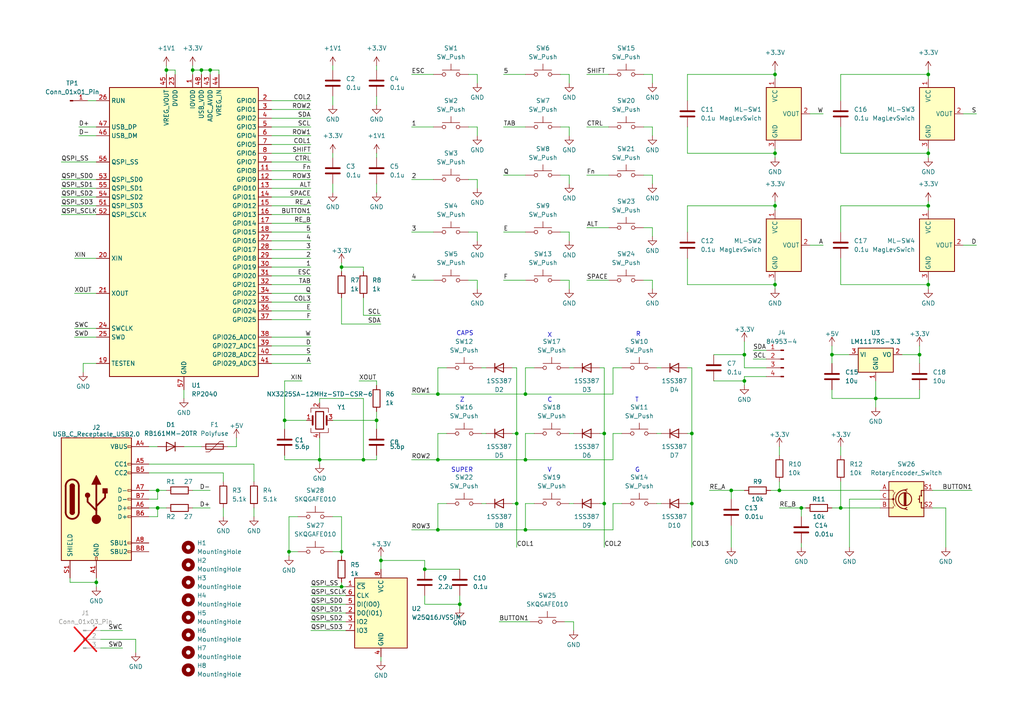
<source format=kicad_sch>
(kicad_sch (version 20231120) (generator "eeschema") (generator_version "8.0")
  (paper "A4")
  (junction (at 60.96 20.32))
  (junction (at 127 153.67))
  (junction (at 45.72 142.24))
  (junction (at 224.79 82.55))
  (junction (at 212.09 142.24))
  (junction (at 92.71 133.35))
  (junction (at 266.7 102.87))
  (junction (at 152.4 114.3))
  (junction (at 82.55 121.92))
  (junction (at 232.41 147.32))
  (junction (at 224.79 44.45))
  (junction (at 123.19 165.1))
  (junction (at 224.79 59.69))
  (junction (at 224.79 21.59))
  (junction (at 99.06 160.02))
  (junction (at 200.66 125.73))
  (junction (at 243.84 147.32))
  (junction (at 226.06 142.24))
  (junction (at 27.94 168.91))
  (junction (at 127 114.3))
  (junction (at 152.4 153.67))
  (junction (at 105.41 133.35))
  (junction (at 269.24 82.55))
  (junction (at 48.26 20.32))
  (junction (at 269.24 21.59))
  (junction (at 99.06 170.18))
  (junction (at 269.24 44.45))
  (junction (at 149.86 146.05))
  (junction (at 45.72 147.32))
  (junction (at 58.42 20.32))
  (junction (at 99.06 77.47))
  (junction (at 55.88 20.32))
  (junction (at 200.66 146.05))
  (junction (at 133.35 175.26))
  (junction (at 175.26 146.05))
  (junction (at 127 133.35))
  (junction (at 215.9 102.87))
  (junction (at 83.82 160.02))
  (junction (at 215.9 110.49))
  (junction (at 241.3 102.87))
  (junction (at 254 115.57))
  (junction (at 110.49 162.56))
  (junction (at 152.4 133.35))
  (junction (at 149.86 125.73))
  (junction (at 269.24 59.69))
  (junction (at 175.26 125.73))
  (junction (at 109.22 121.92))
  (wire (pts (xy 55.88 142.24) (xy 60.96 142.24)))
  (wire (pts (xy 241.3 115.57) (xy 254 115.57)))
  (wire (pts (xy 241.3 113.03) (xy 241.3 115.57)))
  (wire (pts (xy 243.84 82.55) (xy 269.24 82.55)))
  (wire (pts (xy 43.18 142.24) (xy 45.72 142.24)))
  (wire (pts (xy 162.56 21.59) (xy 165.1 21.59)))
  (wire (pts (xy 135.89 81.28) (xy 138.43 81.28)))
  (wire (pts (xy 269.24 58.42) (xy 269.24 59.69)))
  (wire (pts (xy 165.1 81.28) (xy 165.1 83.82)))
  (wire (pts (xy 138.43 67.31) (xy 138.43 69.85)))
  (wire (pts (xy 226.06 139.7) (xy 226.06 142.24)))
  (wire (pts (xy 96.52 30.48) (xy 96.52 27.94)))
  (wire (pts (xy 189.23 50.8) (xy 189.23 53.34)))
  (wire (pts (xy 123.19 165.1) (xy 133.35 165.1)))
  (wire (pts (xy 50.8 20.32) (xy 50.8 21.59)))
  (wire (pts (xy 165.1 21.59) (xy 165.1 24.13)))
  (wire (pts (xy 138.43 21.59) (xy 138.43 24.13)))
  (wire (pts (xy 165.1 146.05) (xy 166.37 146.05)))
  (wire (pts (xy 243.84 36.83) (xy 243.84 44.45)))
  (wire (pts (xy 199.39 146.05) (xy 200.66 146.05)))
  (wire (pts (xy 99.06 170.18) (xy 100.33 170.18)))
  (wire (pts (xy 224.79 82.55) (xy 224.79 83.82)))
  (wire (pts (xy 177.8 106.68) (xy 177.8 114.3)))
  (wire (pts (xy 43.18 134.62) (xy 73.66 134.62)))
  (wire (pts (xy 99.06 149.86) (xy 99.06 160.02)))
  (wire (pts (xy 90.17 102.87) (xy 78.74 102.87)))
  (wire (pts (xy 199.39 36.83) (xy 199.39 44.45)))
  (wire (pts (xy 127 114.3) (xy 152.4 114.3)))
  (wire (pts (xy 146.05 50.8) (xy 152.4 50.8)))
  (wire (pts (xy 135.89 67.31) (xy 138.43 67.31)))
  (wire (pts (xy 212.09 142.24) (xy 212.09 144.78)))
  (wire (pts (xy 133.35 175.26) (xy 133.35 176.53)))
  (wire (pts (xy 119.38 114.3) (xy 127 114.3)))
  (wire (pts (xy 177.8 125.73) (xy 180.34 125.73)))
  (wire (pts (xy 78.74 46.99) (xy 90.17 46.99)))
  (wire (pts (xy 123.19 165.1) (xy 123.19 162.56)))
  (wire (pts (xy 224.79 20.32) (xy 224.79 21.59)))
  (wire (pts (xy 55.88 147.32) (xy 60.96 147.32)))
  (wire (pts (xy 261.62 102.87) (xy 266.7 102.87)))
  (wire (pts (xy 146.05 67.31) (xy 152.4 67.31)))
  (wire (pts (xy 45.72 147.32) (xy 48.26 147.32)))
  (wire (pts (xy 78.74 74.93) (xy 90.17 74.93)))
  (wire (pts (xy 177.8 146.05) (xy 180.34 146.05)))
  (wire (pts (xy 90.17 97.79) (xy 78.74 97.79)))
  (wire (pts (xy 127 125.73) (xy 129.54 125.73)))
  (wire (pts (xy 207.01 102.87) (xy 215.9 102.87)))
  (wire (pts (xy 152.4 133.35) (xy 127 133.35)))
  (wire (pts (xy 83.82 160.02) (xy 86.36 160.02)))
  (wire (pts (xy 243.84 147.32) (xy 255.27 147.32)))
  (wire (pts (xy 21.59 85.09) (xy 27.94 85.09)))
  (wire (pts (xy 200.66 125.73) (xy 200.66 146.05)))
  (wire (pts (xy 24.13 105.41) (xy 27.94 105.41)))
  (wire (pts (xy 149.86 146.05) (xy 149.86 158.75)))
  (wire (pts (xy 173.99 106.68) (xy 175.26 106.68)))
  (wire (pts (xy 105.41 91.44) (xy 105.41 86.36)))
  (wire (pts (xy 119.38 36.83) (xy 125.73 36.83)))
  (wire (pts (xy 119.38 52.07) (xy 125.73 52.07)))
  (wire (pts (xy 269.24 59.69) (xy 269.24 60.96)))
  (wire (pts (xy 78.74 54.61) (xy 90.17 54.61)))
  (wire (pts (xy 109.22 44.45) (xy 109.22 45.72)))
  (wire (pts (xy 269.24 44.45) (xy 269.24 45.72)))
  (wire (pts (xy 109.22 30.48) (xy 109.22 27.94)))
  (wire (pts (xy 165.1 50.8) (xy 165.1 53.34)))
  (wire (pts (xy 162.56 36.83) (xy 165.1 36.83)))
  (wire (pts (xy 199.39 82.55) (xy 224.79 82.55)))
  (wire (pts (xy 190.5 106.68) (xy 191.77 106.68)))
  (wire (pts (xy 99.06 77.47) (xy 99.06 78.74)))
  (wire (pts (xy 127 114.3) (xy 127 106.68)))
  (wire (pts (xy 186.69 36.83) (xy 189.23 36.83)))
  (wire (pts (xy 200.66 106.68) (xy 200.66 125.73)))
  (wire (pts (xy 27.94 168.91) (xy 27.94 167.64)))
  (wire (pts (xy 45.72 149.86) (xy 45.72 147.32)))
  (wire (pts (xy 90.17 105.41) (xy 78.74 105.41)))
  (wire (pts (xy 105.41 115.57) (xy 105.41 133.35)))
  (wire (pts (xy 152.4 146.05) (xy 154.94 146.05)))
  (wire (pts (xy 199.39 44.45) (xy 224.79 44.45)))
  (wire (pts (xy 105.41 78.74) (xy 105.41 77.47)))
  (wire (pts (xy 127 153.67) (xy 152.4 153.67)))
  (wire (pts (xy 109.22 19.05) (xy 109.22 20.32)))
  (wire (pts (xy 66.04 129.54) (xy 68.58 129.54)))
  (wire (pts (xy 90.17 177.8) (xy 100.33 177.8)))
  (wire (pts (xy 78.74 72.39) (xy 90.17 72.39)))
  (wire (pts (xy 24.13 107.95) (xy 24.13 105.41)))
  (wire (pts (xy 165.1 106.68) (xy 166.37 106.68)))
  (wire (pts (xy 243.84 29.21) (xy 243.84 21.59)))
  (wire (pts (xy 212.09 152.4) (xy 212.09 158.75)))
  (wire (pts (xy 96.52 160.02) (xy 99.06 160.02)))
  (wire (pts (xy 119.38 133.35) (xy 127 133.35)))
  (wire (pts (xy 162.56 50.8) (xy 165.1 50.8)))
  (wire (pts (xy 224.79 21.59) (xy 199.39 21.59)))
  (wire (pts (xy 254 118.11) (xy 254 115.57)))
  (wire (pts (xy 269.24 43.18) (xy 269.24 44.45)))
  (wire (pts (xy 43.18 144.78) (xy 45.72 144.78)))
  (wire (pts (xy 146.05 81.28) (xy 152.4 81.28)))
  (wire (pts (xy 78.74 29.21) (xy 90.17 29.21)))
  (wire (pts (xy 186.69 81.28) (xy 189.23 81.28)))
  (wire (pts (xy 96.52 44.45) (xy 96.52 45.72)))
  (wire (pts (xy 190.5 146.05) (xy 191.77 146.05)))
  (wire (pts (xy 82.55 121.92) (xy 88.9 121.92)))
  (wire (pts (xy 243.84 139.7) (xy 243.84 147.32)))
  (wire (pts (xy 177.8 146.05) (xy 177.8 153.67)))
  (wire (pts (xy 21.59 74.93) (xy 27.94 74.93)))
  (wire (pts (xy 58.42 129.54) (xy 53.34 129.54)))
  (wire (pts (xy 92.71 127) (xy 92.71 133.35)))
  (wire (pts (xy 25.4 29.21) (xy 27.94 29.21)))
  (wire (pts (xy 110.49 162.56) (xy 123.19 162.56)))
  (wire (pts (xy 105.41 133.35) (xy 109.22 133.35)))
  (wire (pts (xy 48.26 20.32) (xy 50.8 20.32)))
  (wire (pts (xy 138.43 36.83) (xy 138.43 39.37)))
  (wire (pts (xy 152.4 114.3) (xy 177.8 114.3)))
  (wire (pts (xy 110.49 190.5) (xy 110.49 191.77)))
  (wire (pts (xy 133.35 172.72) (xy 133.35 175.26)))
  (wire (pts (xy 78.74 67.31) (xy 90.17 67.31)))
  (wire (pts (xy 226.06 142.24) (xy 255.27 142.24)))
  (wire (pts (xy 173.99 125.73) (xy 175.26 125.73)))
  (wire (pts (xy 119.38 67.31) (xy 125.73 67.31)))
  (wire (pts (xy 73.66 134.62) (xy 73.66 139.7)))
  (wire (pts (xy 241.3 102.87) (xy 241.3 100.33)))
  (wire (pts (xy 110.49 162.56) (xy 110.49 165.1)))
  (wire (pts (xy 78.74 92.71) (xy 90.17 92.71)))
  (wire (pts (xy 119.38 153.67) (xy 127 153.67)))
  (wire (pts (xy 146.05 36.83) (xy 152.4 36.83)))
  (wire (pts (xy 254 115.57) (xy 266.7 115.57)))
  (wire (pts (xy 224.79 21.59) (xy 224.79 22.86)))
  (wire (pts (xy 21.59 97.79) (xy 27.94 97.79)))
  (wire (pts (xy 165.1 125.73) (xy 166.37 125.73)))
  (wire (pts (xy 270.51 147.32) (xy 274.32 147.32)))
  (wire (pts (xy 109.22 124.46) (xy 109.22 121.92)))
  (wire (pts (xy 266.7 115.57) (xy 266.7 113.03)))
  (wire (pts (xy 255.27 144.78) (xy 246.38 144.78)))
  (wire (pts (xy 92.71 133.35) (xy 92.71 134.62)))
  (wire (pts (xy 63.5 21.59) (xy 63.5 20.32)))
  (wire (pts (xy 166.37 180.34) (xy 166.37 182.88)))
  (wire (pts (xy 149.86 106.68) (xy 149.86 125.73)))
  (wire (pts (xy 232.41 147.32) (xy 233.68 147.32)))
  (wire (pts (xy 92.71 116.84) (xy 92.71 115.57)))
  (wire (pts (xy 224.79 81.28) (xy 224.79 82.55)))
  (wire (pts (xy 90.17 175.26) (xy 100.33 175.26)))
  (wire (pts (xy 177.8 125.73) (xy 177.8 133.35)))
  (wire (pts (xy 189.23 21.59) (xy 189.23 24.13)))
  (wire (pts (xy 109.22 55.88) (xy 109.22 53.34)))
  (wire (pts (xy 43.18 129.54) (xy 45.72 129.54)))
  (wire (pts (xy 90.17 100.33) (xy 78.74 100.33)))
  (wire (pts (xy 139.7 106.68) (xy 140.97 106.68)))
  (wire (pts (xy 226.06 129.54) (xy 226.06 132.08)))
  (wire (pts (xy 21.59 95.25) (xy 27.94 95.25)))
  (wire (pts (xy 73.66 149.86) (xy 73.66 147.32)))
  (wire (pts (xy 274.32 147.32) (xy 274.32 158.75)))
  (wire (pts (xy 224.79 58.42) (xy 224.79 59.69)))
  (wire (pts (xy 99.06 93.98) (xy 110.49 93.98)))
  (wire (pts (xy 78.74 57.15) (xy 90.17 57.15)))
  (wire (pts (xy 243.84 59.69) (xy 269.24 59.69)))
  (wire (pts (xy 199.39 106.68) (xy 200.66 106.68)))
  (wire (pts (xy 269.24 21.59) (xy 269.24 22.86)))
  (wire (pts (xy 135.89 52.07) (xy 138.43 52.07)))
  (wire (pts (xy 199.39 125.73) (xy 200.66 125.73)))
  (wire (pts (xy 35.56 182.88) (xy 29.21 182.88)))
  (wire (pts (xy 45.72 142.24) (xy 48.26 142.24)))
  (wire (pts (xy 96.52 149.86) (xy 99.06 149.86)))
  (wire (pts (xy 269.24 81.28) (xy 269.24 82.55)))
  (wire (pts (xy 243.84 21.59) (xy 269.24 21.59)))
  (wire (pts (xy 243.84 67.31) (xy 243.84 59.69)))
  (wire (pts (xy 266.7 100.33) (xy 266.7 102.87)))
  (wire (pts (xy 35.56 187.96) (xy 29.21 187.96)))
  (wire (pts (xy 60.96 20.32) (xy 58.42 20.32)))
  (wire (pts (xy 152.4 106.68) (xy 154.94 106.68)))
  (wire (pts (xy 82.55 124.46) (xy 82.55 121.92)))
  (wire (pts (xy 104.14 110.49) (xy 109.22 110.49)))
  (wire (pts (xy 175.26 106.68) (xy 175.26 125.73)))
  (wire (pts (xy 163.83 180.34) (xy 166.37 180.34)))
  (wire (pts (xy 199.39 59.69) (xy 224.79 59.69)))
  (wire (pts (xy 152.4 153.67) (xy 152.4 146.05)))
  (wire (pts (xy 246.38 144.78) (xy 246.38 158.75)))
  (wire (pts (xy 86.36 149.86) (xy 83.82 149.86)))
  (wire (pts (xy 207.01 110.49) (xy 215.9 110.49)))
  (wire (pts (xy 283.21 71.12) (xy 279.4 71.12)))
  (wire (pts (xy 90.17 180.34) (xy 100.33 180.34)))
  (wire (pts (xy 27.94 170.18) (xy 27.94 168.91)))
  (wire (pts (xy 78.74 59.69) (xy 90.17 59.69)))
  (wire (pts (xy 215.9 106.68) (xy 215.9 102.87)))
  (wire (pts (xy 78.74 49.53) (xy 90.17 49.53)))
  (wire (pts (xy 17.78 46.99) (xy 27.94 46.99)))
  (wire (pts (xy 39.37 185.42) (xy 39.37 189.23)))
  (wire (pts (xy 200.66 146.05) (xy 200.66 158.75)))
  (wire (pts (xy 53.34 115.57) (xy 53.34 113.03)))
  (wire (pts (xy 270.51 142.24) (xy 281.94 142.24)))
  (wire (pts (xy 162.56 81.28) (xy 165.1 81.28)))
  (wire (pts (xy 78.74 82.55) (xy 90.17 82.55)))
  (wire (pts (xy 64.77 149.86) (xy 64.77 147.32)))
  (wire (pts (xy 243.84 44.45) (xy 269.24 44.45)))
  (wire (pts (xy 241.3 102.87) (xy 241.3 105.41)))
  (wire (pts (xy 96.52 55.88) (xy 96.52 53.34)))
  (wire (pts (xy 224.79 44.45) (xy 224.79 45.72)))
  (wire (pts (xy 78.74 90.17) (xy 90.17 90.17)))
  (wire (pts (xy 223.52 142.24) (xy 226.06 142.24)))
  (wire (pts (xy 90.17 182.88) (xy 100.33 182.88)))
  (wire (pts (xy 149.86 125.73) (xy 149.86 146.05)))
  (wire (pts (xy 186.69 21.59) (xy 189.23 21.59)))
  (wire (pts (xy 189.23 36.83) (xy 189.23 39.37)))
  (wire (pts (xy 78.74 44.45) (xy 90.17 44.45)))
  (wire (pts (xy 186.69 50.8) (xy 189.23 50.8)))
  (wire (pts (xy 48.26 19.05) (xy 48.26 20.32)))
  (wire (pts (xy 127 106.68) (xy 129.54 106.68)))
  (wire (pts (xy 165.1 36.83) (xy 165.1 39.37)))
  (wire (pts (xy 222.25 109.22) (xy 215.9 109.22)))
  (wire (pts (xy 170.18 81.28) (xy 176.53 81.28)))
  (wire (pts (xy 58.42 21.59) (xy 58.42 20.32)))
  (wire (pts (xy 119.38 21.59) (xy 125.73 21.59)))
  (wire (pts (xy 127 153.67) (xy 127 146.05)))
  (wire (pts (xy 162.56 67.31) (xy 165.1 67.31)))
  (wire (pts (xy 92.71 115.57) (xy 105.41 115.57)))
  (wire (pts (xy 43.18 137.16) (xy 64.77 137.16)))
  (wire (pts (xy 78.74 34.29) (xy 90.17 34.29)))
  (wire (pts (xy 224.79 43.18) (xy 224.79 44.45)))
  (wire (pts (xy 17.78 59.69) (xy 27.94 59.69)))
  (wire (pts (xy 199.39 74.93) (xy 199.39 82.55)))
  (wire (pts (xy 20.32 168.91) (xy 20.32 167.64)))
  (wire (pts (xy 139.7 125.73) (xy 140.97 125.73)))
  (wire (pts (xy 190.5 125.73) (xy 191.77 125.73)))
  (wire (pts (xy 123.19 172.72) (xy 123.19 175.26)))
  (wire (pts (xy 92.71 133.35) (xy 105.41 133.35)))
  (wire (pts (xy 82.55 121.92) (xy 82.55 110.49)))
  (wire (pts (xy 82.55 132.08) (xy 82.55 133.35)))
  (wire (pts (xy 78.74 31.75) (xy 90.17 31.75)))
  (wire (pts (xy 254 115.57) (xy 254 110.49)))
  (wire (pts (xy 43.18 147.32) (xy 45.72 147.32)))
  (wire (pts (xy 243.84 74.93) (xy 243.84 82.55)))
  (wire (pts (xy 148.59 106.68) (xy 149.86 106.68)))
  (wire (pts (xy 99.06 160.02) (xy 99.06 161.29)))
  (wire (pts (xy 78.74 62.23) (xy 90.17 62.23)))
  (wire (pts (xy 199.39 21.59) (xy 199.39 29.21)))
  (wire (pts (xy 60.96 20.32) (xy 60.96 21.59)))
  (wire (pts (xy 78.74 52.07) (xy 90.17 52.07)))
  (wire (pts (xy 218.44 104.14) (xy 222.25 104.14)))
  (wire (pts (xy 127 146.05) (xy 129.54 146.05)))
  (wire (pts (xy 152.4 114.3) (xy 152.4 106.68)))
  (wire (pts (xy 78.74 39.37) (xy 90.17 39.37)))
  (wire (pts (xy 232.41 147.32) (xy 232.41 149.86)))
  (wire (pts (xy 78.74 77.47) (xy 90.17 77.47)))
  (wire (pts (xy 226.06 147.32) (xy 232.41 147.32)))
  (wire (pts (xy 269.24 82.55) (xy 269.24 83.82)))
  (wire (pts (xy 82.55 110.49) (xy 87.63 110.49)))
  (wire (pts (xy 175.26 125.73) (xy 175.26 146.05)))
  (wire (pts (xy 215.9 110.49) (xy 215.9 111.76)))
  (wire (pts (xy 83.82 149.86) (xy 83.82 160.02)))
  (wire (pts (xy 20.32 168.91) (xy 27.94 168.91)))
  (wire (pts (xy 119.38 81.28) (xy 125.73 81.28)))
  (wire (pts (xy 109.22 110.49) (xy 109.22 111.76)))
  (wire (pts (xy 148.59 125.73) (xy 149.86 125.73)))
  (wire (pts (xy 173.99 146.05) (xy 175.26 146.05)))
  (wire (pts (xy 152.4 125.73) (xy 154.94 125.73)))
  (wire (pts (xy 186.69 66.04) (xy 189.23 66.04)))
  (wire (pts (xy 96.52 121.92) (xy 109.22 121.92)))
  (wire (pts (xy 269.24 20.32) (xy 269.24 21.59)))
  (wire (pts (xy 78.74 85.09) (xy 90.17 85.09)))
  (wire (pts (xy 90.17 170.18) (xy 99.06 170.18)))
  (wire (pts (xy 90.17 172.72) (xy 100.33 172.72)))
  (wire (pts (xy 215.9 109.22) (xy 215.9 110.49)))
  (wire (pts (xy 189.23 66.04) (xy 189.23 68.58)))
  (wire (pts (xy 78.74 87.63) (xy 90.17 87.63)))
  (wire (pts (xy 17.78 57.15) (xy 27.94 57.15)))
  (wire (pts (xy 99.06 93.98) (xy 99.06 86.36)))
  (wire (pts (xy 78.74 64.77) (xy 90.17 64.77)))
  (wire (pts (xy 78.74 36.83) (xy 90.17 36.83)))
  (wire (pts (xy 243.84 129.54) (xy 243.84 132.08)))
  (wire (pts (xy 212.09 142.24) (xy 215.9 142.24)))
  (wire (pts (xy 241.3 147.32) (xy 243.84 147.32)))
  (wire (pts (xy 218.44 101.6) (xy 222.25 101.6)))
  (wire (pts (xy 199.39 67.31) (xy 199.39 59.69)))
  (wire (pts (xy 43.18 149.86) (xy 45.72 149.86)))
  (wire (pts (xy 109.22 119.38) (xy 109.22 121.92)))
  (wire (pts (xy 78.74 69.85) (xy 90.17 69.85)))
  (wire (pts (xy 17.78 62.23) (xy 27.94 62.23)))
  (wire (pts (xy 55.88 20.32) (xy 55.88 21.59)))
  (wire (pts (xy 29.21 185.42) (xy 39.37 185.42)))
  (wire (pts (xy 58.42 20.32) (xy 55.88 20.32)))
  (wire (pts (xy 215.9 102.87) (xy 215.9 99.06)))
  (wire (pts (xy 109.22 133.35) (xy 109.22 132.08)))
  (wire (pts (xy 146.05 21.59) (xy 152.4 21.59)))
  (wire (pts (xy 64.77 137.16) (xy 64.77 139.7)))
  (wire (pts (xy 45.72 144.78) (xy 45.72 142.24)))
  (wire (pts (xy 22.86 36.83) (xy 27.94 36.83)))
  (wire (pts (xy 99.06 168.91) (xy 99.06 170.18)))
  (wire (pts (xy 22.86 39.37) (xy 27.94 39.37)))
  (wire (pts (xy 99.06 76.2) (xy 99.06 77.47)))
  (wire (pts (xy 170.18 50.8) (xy 176.53 50.8)))
  (wire (pts (xy 135.89 21.59) (xy 138.43 21.59)))
  (wire (pts (xy 17.78 52.07) (xy 27.94 52.07)))
  (wire (pts (xy 175.26 146.05) (xy 175.26 158.75)))
  (wire (pts (xy 238.76 71.12) (xy 234.95 71.12)))
  (wire (pts (xy 189.23 81.28) (xy 189.23 83.82)))
  (wire (pts (xy 105.41 91.44) (xy 110.49 91.44)))
  (wire (pts (xy 177.8 106.68) (xy 180.34 106.68)))
  (wire (pts (xy 232.41 157.48) (xy 232.41 158.75)))
  (wire (pts (xy 55.88 19.05) (xy 55.88 20.32)))
  (wire (pts (xy 222.25 106.68) (xy 215.9 106.68)))
  (wire (pts (xy 283.21 33.02) (xy 279.4 33.02)))
  (wire (pts (xy 83.82 160.02) (xy 83.82 161.29)))
  (wire (pts (xy 96.52 19.05) (xy 96.52 20.32)))
  (wire (pts (xy 138.43 52.07) (xy 138.43 54.61)))
  (wire (pts (xy 78.74 41.91) (xy 90.17 41.91)))
  (wire (pts (xy 205.74 142.24) (xy 212.09 142.24)))
  (wire (pts (xy 148.59 146.05) (xy 149.86 146.05)))
  (wire (pts (xy 152.4 133.35) (xy 152.4 125.73)))
  (wire (pts (xy 177.8 133.35) (xy 152.4 133.35)))
  (wire (pts (xy 170.18 66.04) (xy 176.53 66.04)))
  (wire (pts (xy 170.18 36.83) (xy 176.53 36.83)))
  (wire (pts (xy 238.76 33.02) (xy 234.95 33.02)))
  (wire (pts (xy 144.78 180.34) (xy 153.67 180.34)))
  (wire (pts (xy 63.5 20.32) (xy 60.96 20.32)))
  (wire (pts (xy 266.7 102.87) (xy 266.7 105.41)))
  (wire (pts (xy 82.55 133.35) (xy 92.71 133.35)))
  (wire (pts (xy 48.26 20.32) (xy 48.26 21.59)))
  (wire (pts (xy 78.74 80.01) (xy 90.17 80.01)))
  (wire (pts (xy 110.49 161.29) (xy 110.49 162.56)))
  (wire (pts (xy 68.58 129.54) (xy 68.58 127)))
  (wire (pts (xy 165.1 67.31) (xy 165.1 69.85)))
  (wire (pts (xy 152.4 153.67) (xy 177.8 153.67)))
  (wire (pts (xy 105.41 77.47) (xy 99.06 77.47)))
  (wire (pts (xy 138.43 81.28) (xy 138.43 83.82)))
  (wire (pts (xy 170.18 21.59) (xy 176.53 21.59)))
  (wire (pts (xy 123.19 175.26) (xy 133.35 175.26)))
  (wire (pts (xy 139.7 146.05) (xy 140.97 146.05)))
  (wire (pts (xy 241.3 102.87) (xy 246.38 102.87)))
  (wire (pts (xy 224.79 59.69) (xy 224.79 60.96)))
  (wire (pts (xy 127 133.35) (xy 127 125.73)))
  (wire (pts (xy 135.89 36.83) (xy 138.43 36.83)))
  (wire (pts (xy 17.78 54.61) (xy 27.94 54.61)))
  (text "SUPER" (at 130.81 137.16 0) (effects (font (size 1.27 1.27)) (justify left bottom)))
  (text "G" (at 184.15 137.16 0) (effects (font (size 1.27 1.27)) (justify left bottom)))
  (text "T" (at 184.15 116.84 0) (effects (font (size 1.27 1.27)) (justify left bottom)))
  (text "X" (at 158.75 98.044 0) (effects (font (size 1.27 1.27)) (justify left bottom)))
  (text "R" (at 184.404 97.79 0) (effects (font (size 1.27 1.27)) (justify left bottom)))
  (text "CAPS" (at 132.334 97.536 0) (effects (font (size 1.27 1.27)) (justify left bottom)))
  (text "Z" (at 133.35 116.84 0) (effects (font (size 1.27 1.27)) (justify left bottom)))
  (text "C" (at 158.75 116.84 0) (effects (font (size 1.27 1.27)) (justify left bottom)))
  (text "V" (at 158.75 137.16 0) (effects (font (size 1.27 1.27)) (justify left bottom)))
  (label "2" (at 90.17 74.93 180))
  (label "XIN" (at 87.63 110.49 180))
  (label "E" (at 146.05 67.31 0))
  (label "Q" (at 146.05 50.8 0))
  (label "F" (at 146.05 81.28 0))
  (label "COL3" (at 90.17 87.63 180))
  (label "D+" (at 22.86 36.83 0))
  (label "QSPI_SD3" (at 90.17 182.88 0))
  (label "ROW3" (at 90.17 52.07 180))
  (label "QSPI_SCLK" (at 17.78 62.23 0))
  (label "1" (at 90.17 77.47 180))
  (label "SPACE" (at 90.17 57.15 180))
  (label "F" (at 90.17 92.71 180))
  (label "QSPI_SD1" (at 90.17 177.8 0))
  (label "A" (at 238.76 71.12 180))
  (label "CTRL" (at 90.17 46.99 180))
  (label "BUTTON1" (at 90.17 62.23 180))
  (label "XOUT" (at 21.59 85.09 0))
  (label "SCL" (at 86.36 36.83 0))
  (label "5" (at 146.05 21.59 0))
  (label "CTRL" (at 170.18 36.83 0))
  (label "ESC" (at 119.38 21.59 0))
  (label "1" (at 119.38 36.83 0))
  (label "COL1" (at 90.17 41.91 180))
  (label "QSPI_SD2" (at 17.78 57.15 0))
  (label "QSPI_SCLK" (at 90.17 172.72 0))
  (label "SDA" (at 106.68 93.98 0))
  (label "SPACE" (at 170.18 81.28 0))
  (label "ROW3" (at 119.38 153.67 0))
  (label "SCL" (at 218.44 104.14 0))
  (label "ESC" (at 90.17 80.01 180))
  (label "QSPI_SD1" (at 17.78 54.61 0))
  (label "RE_B" (at 90.17 64.77 180))
  (label "QSPI_SD0" (at 90.17 175.26 0))
  (label "COL1" (at 149.86 158.75 0))
  (label "QSPI_SS" (at 17.78 46.99 0))
  (label "W" (at 90.17 97.79 180))
  (label "SHIFT" (at 90.17 44.45 180))
  (label "SWD" (at 35.56 187.96 180))
  (label "W" (at 238.76 33.02 180))
  (label "XIN" (at 21.59 74.93 0))
  (label "Fn" (at 90.17 49.53 180))
  (label "4" (at 119.38 81.28 0))
  (label "SDA" (at 86.36 34.29 0))
  (label "TAB" (at 146.05 36.83 0))
  (label "D-" (at 60.96 142.24 180))
  (label "RE_B" (at 226.06 147.32 0))
  (label "E" (at 90.17 90.17 180))
  (label "Fn" (at 170.18 50.8 0))
  (label "COL3" (at 200.66 158.75 0))
  (label "D" (at 283.21 71.12 180))
  (label "QSPI_SD3" (at 17.78 59.69 0))
  (label "SHIFT" (at 170.18 21.59 0))
  (label "A" (at 90.17 105.41 180))
  (label "XOUT" (at 104.14 110.49 0))
  (label "BUTTON1" (at 144.78 180.34 0))
  (label "RE_A" (at 90.17 59.69 180))
  (label "2" (at 119.38 52.07 0))
  (label "SWC" (at 35.56 182.88 180))
  (label "QSPI_SD2" (at 90.17 180.34 0))
  (label "S" (at 90.17 102.87 180))
  (label "D" (at 90.17 100.33 180))
  (label "D-" (at 22.86 39.37 0))
  (label "TAB" (at 90.17 82.55 180))
  (label "S" (at 283.21 33.02 180))
  (label "ROW2" (at 119.38 133.35 0))
  (label "ALT" (at 90.17 54.61 180))
  (label "RE_A" (at 205.74 142.24 0))
  (label "D+" (at 60.96 147.32 180))
  (label "SWD" (at 21.59 97.79 0))
  (label "ROW1" (at 90.17 39.37 180))
  (label "3" (at 119.38 67.31 0))
  (label "SCL" (at 106.68 91.44 0))
  (label "COL2" (at 90.17 29.21 180))
  (label "QSPI_SS" (at 90.17 170.18 0))
  (label "4" (at 90.17 69.85 180))
  (label "5" (at 90.17 67.31 180))
  (label "ROW1" (at 119.38 114.3 0))
  (label "COL2" (at 175.26 158.75 0))
  (label "BUTTON1" (at 281.94 142.24 180))
  (label "SDA" (at 218.44 101.6 0))
  (label "SWC" (at 21.59 95.25 0))
  (label "3" (at 90.17 72.39 180))
  (label "QSPI_SD0" (at 17.78 52.07 0))
  (label "ALT" (at 170.18 66.04 0))
  (label "Q" (at 90.17 85.09 180))
  (label "ROW2" (at 90.17 31.75 180))
  (symbol (lib_id "Mechanical:MountingHole") (at 54.61 173.99 0) (unit 1)
    (property "Reference" "H4" (at 57.15 172.72 0) (effects (justify left)))
    (property "Value" "MountingHole" (at 57.15 175.26 0) (effects (justify left)))
    (property "Footprint" "MountingHole:MountingHole_2.2mm_M2" (effects (hide yes)))
  )
  (symbol (lib_id "Switch:SW_Push") (at 181.61 66.04 0) (unit 1)
    (property "Reference" "SW23" (at 181.61 58.42 0))
    (property "Value" "SW_Push" (at 181.61 60.96 0))
    (property "Footprint" "MX_Hotswap:MX-Hotswap-1U" (effects (hide yes)))
  )
  (symbol (lib_id "Mechanical:MountingHole") (at 54.61 194.31 0) (unit 1)
    (property "Reference" "H8" (at 57.15 193.04 0) (effects (justify left)))
    (property "Value" "MountingHole" (at 57.15 195.58 0) (effects (justify left)))
    (property "Footprint" "MountingHole:MountingHole_2.2mm_M2" (effects (hide yes)))
  )
  (symbol (lib_id "power:GND") (at 24.13 107.95 0) (unit 1)
    (property "Reference" "#PWR022" (effects (hide yes)))
    (property "Value" "GND" (at 24.13 112.0855 0))
  )
  (symbol (lib_id "power:+3.3V") (at 243.84 129.54 0) (unit 1)
    (property "Reference" "#PWR057" (effects (hide yes)))
    (property "Value" "+3.3V" (at 243.84 126.0381 0))
  )
  (symbol (lib_id "Switch:SW_Push") (at 181.61 50.8 0) (unit 1)
    (property "Reference" "SW21" (at 181.61 43.18 0))
    (property "Value" "SW_Push" (at 181.61 45.72 0))
    (property "Footprint" "MX_Hotswap:MX-Hotswap-1U" (effects (hide yes)))
  )
  (symbol (lib_id "power:GND") (at 138.43 39.37 0) (unit 1)
    (property "Reference" "#PWR02" (effects (hide yes)))
    (property "Value" "GND" (at 138.43 43.5055 0))
  )
  (symbol (lib_id "power:+1V1") (at 109.22 44.45 0) (unit 1)
    (property "Reference" "#PWR041" (effects (hide yes)))
    (property "Value" "+1V1" (at 109.22 39.37 0))
  )
  (symbol (lib_id "Device:R") (at 64.77 143.51 180) (unit 1)
    (property "Reference" "R3" (at 67.31 142.24 0) (effects (justify right)))
    (property "Value" "5.1k" (at 67.31 144.78 0) (effects (justify right)))
    (property "Footprint" "Resistor_SMD:R_0603_1608Metric" (effects (hide yes)))
  )
  (symbol (lib_id "power:GND") (at 73.66 149.86 0) (unit 1)
    (property "Reference" "#PWR030" (effects (hide yes)))
    (property "Value" "GND" (at 73.66 153.9955 0))
  )
  (symbol (lib_id "Device:D") (at 195.58 106.68 0) (unit 1)
    (property "Reference" "D4" (at 195.58 113.03 0))
    (property "Value" "1SS387" (at 195.58 110.49 0))
    (property "Footprint" "Diode_SMD:D_SOD-523" (effects (hide yes)))
    (property "Sim.Device" "D" (effects (hide yes)))
    (property "Sim.Pins" "1=K 2=A" (effects (hide yes)))
    (property "LCSC" "C146426" (effects (hide yes)))
  )
  (symbol (lib_id "MagLevSwitch:MagLevSwitch") (at 271.78 71.12 0) (unit 1)
    (property "Reference" "ML-SW4" (at 265.43 69.85 0) (effects (justify right)))
    (property "Value" "MagLevSwich" (at 265.43 72.39 0) (effects (justify right)))
    (property "Footprint" "MagLevSwitch:MagLevSwitch_Up" (effects (hide yes)))
    (property "Datasheet" "famichu.github.io/dl/man_mx.html" (effects (hide yes)))
  )
  (symbol (lib_id "Switch:SW_Push") (at 181.61 21.59 0) (unit 1)
    (property "Reference" "SW15" (at 181.61 13.97 0))
    (property "Value" "SW_Push" (at 181.61 16.51 0))
    (property "Footprint" "MX_Hotswap:MX-Hotswap-2.25U" (effects (hide yes)))
  )
  (symbol (lib_id "Connector:Conn_01x01_Pin") (at 20.32 29.21 0) (unit 1)
    (property "Reference" "TP1" (at 20.955 24.13 0))
    (property "Value" "Conn_01x01_Pin" (at 20.955 26.67 0))
    (property "Footprint" "TestPoint:TestPoint_Pad_D1.5mm" (effects (hide yes)))
  )
  (symbol (lib_id "Switch:SW_Push") (at 134.62 106.68 0) (unit 1)
    (property "Reference" "SW12" (at 134.62 99.06 0))
    (property "Value" "SW_Push" (at 134.62 101.6 0))
    (property "Footprint" "MX_Hotswap:MX-Hotswap-1.75U" (effects (hide yes)))
  )
  (symbol (lib_id "Device:Crystal_GND24") (at 92.71 121.92 0) (unit 1)
    (property "Reference" "Y1" (at 99.06 118.11 0))
    (property "Value" "NX3225SA-12MHz-STD-CSR-6" (at 92.71 114.3 0))
    (property "Footprint" "Crystal:Crystal_SMD_3225-4Pin_3.2x2.5mm" (effects (hide yes)))
    (property "LCSC" "C481400" (effects (hide yes)))
  )
  (symbol (lib_id "Device:C") (at 109.22 49.53 0) (unit 1)
    (property "Reference" "C5" (at 113.03 48.26 0) (effects (justify left)))
    (property "Value" "0.1u" (at 113.03 50.8 0) (effects (justify left)))
    (property "Footprint" "Capacitor_SMD:C_0603_1608Metric" (effects (hide yes)))
  )
  (symbol (lib_id "Switch:SW_Push") (at 134.62 146.05 0) (unit 1)
    (property "Reference" "SW22" (at 134.62 138.43 0))
    (property "Value" "SW_Push" (at 134.62 140.97 0))
    (property "Footprint" "MX_Hotswap:MX-Hotswap-1U" (effects (hide yes)))
  )
  (symbol (lib_id "Device:C") (at 243.84 33.02 0) (unit 1)
    (property "Reference" "C16" (at 247.65 31.75 0) (effects (justify left)))
    (property "Value" "0.1u" (at 247.65 34.29 0) (effects (justify left)))
    (property "Footprint" "Capacitor_SMD:C_0603_1608Metric" (effects (hide yes)))
  )
  (symbol (lib_id "Device:C") (at 212.09 148.59 0) (unit 1)
    (property "Reference" "C13" (at 215.9 147.32 0) (effects (justify left)))
    (property "Value" "0.01u" (at 215.9 149.86 0) (effects (justify left)))
    (property "Footprint" "Capacitor_SMD:C_0603_1608Metric" (effects (hide yes)))
  )
  (symbol (lib_id "Device:R") (at 73.66 143.51 180) (unit 1)
    (property "Reference" "R4" (at 76.2 142.24 0) (effects (justify right)))
    (property "Value" "5.1k" (at 76.2 144.78 0) (effects (justify right)))
    (property "Footprint" "Resistor_SMD:R_0603_1608Metric" (effects (hide yes)))
  )
  (symbol (lib_id "Device:C") (at 109.22 128.27 0) (unit 1)
    (property "Reference" "C8" (at 113.03 128.27 0) (effects (justify left)))
    (property "Value" "5.6p" (at 113.03 129.54 0) (effects (justify left)))
    (property "Footprint" "Capacitor_SMD:C_0603_1608Metric" (effects (hide yes)))
  )
  (symbol (lib_id "Switch:SW_Push") (at 157.48 81.28 0) (unit 1)
    (property "Reference" "SW13" (at 157.48 73.66 0))
    (property "Value" "SW_Push" (at 157.48 76.2 0))
    (property "Footprint" "MX_Hotswap:MX-Hotswap-1U" (effects (hide yes)))
  )
  (symbol (lib_id "Device:R") (at 109.22 115.57 180) (unit 1)
    (property "Reference" "R6" (at 111.76 114.3 0) (effects (justify right)))
    (property "Value" "1k" (at 111.76 116.84 0) (effects (justify right)))
    (property "Footprint" "Resistor_SMD:R_0603_1608Metric" (effects (hide yes)))
  )
  (symbol (lib_id "Switch:SW_Push") (at 130.81 36.83 0) (unit 1)
    (property "Reference" "SW2" (at 130.81 29.21 0))
    (property "Value" "SW_Push" (at 130.81 31.75 0))
    (property "Footprint" "MX_Hotswap:MX-Hotswap-1U" (effects (hide yes)))
  )
  (symbol (lib_id "power:GND") (at 138.43 24.13 0) (unit 1)
    (property "Reference" "#PWR01" (effects (hide yes)))
    (property "Value" "GND" (at 138.43 28.2655 0))
  )
  (symbol (lib_id "power:+3.3V") (at 99.06 76.2 0) (unit 1)
    (property "Reference" "#PWR043" (effects (hide yes)))
    (property "Value" "+3.3V" (at 99.06 72.6981 0))
  )
  (symbol (lib_id "power:GND") (at 232.41 158.75 0) (unit 1)
    (property "Reference" "#PWR056" (effects (hide yes)))
    (property "Value" "GND" (at 232.41 162.8855 0))
  )
  (symbol (lib_id "Device:C") (at 241.3 109.22 0) (unit 1)
    (property "Reference" "C15" (at 245.11 107.95 0) (effects (justify left)))
    (property "Value" "10u" (at 245.11 110.49 0) (effects (justify left)))
    (property "Footprint" "Capacitor_SMD:C_0603_1608Metric" (effects (hide yes)))
  )
  (symbol (lib_id "Switch:SW_Push") (at 158.75 180.34 0) (unit 1)
    (property "Reference" "SW25" (at 158.75 172.72 0))
    (property "Value" "SKQGAFE010" (at 158.75 175.26 0))
    (property "Footprint" "Button_Switch_SMD:SW_SPST_SKQG_WithStem" (effects (hide yes)))
    (property "LCSC" "C202424" (effects (hide yes)))
  )
  (symbol (lib_id "power:+5V") (at 241.3 100.33 0) (unit 1)
    (property "Reference" "#PWR058" (effects (hide yes)))
    (property "Value" "+5V" (at 241.3 96.8281 0))
  )
  (symbol (lib_id "Device:C") (at 82.55 128.27 0) (unit 1)
    (property "Reference" "C1" (at 85.471 127.6263 0) (effects (justify left)))
    (property "Value" "5.6p" (at 85.471 129.5473 0) (effects (justify left)))
    (property "Footprint" "Capacitor_SMD:C_0603_1608Metric" (effects (hide yes)))
  )
  (symbol (lib_id "Device:D") (at 49.53 129.54 180) (unit 1)
    (property "Reference" "D1" (at 49.53 123.19 0))
    (property "Value" "RB161MM-20TR" (at 49.53 125.73 0))
    (property "Footprint" "Diode_SMD:D_SOD-123F" (effects (hide yes)))
    (property "Sim.Device" "D" (effects (hide yes)))
    (property "Sim.Pins" "1=K 2=A" (effects (hide yes)))
    (property "LCSC" "C123070" (effects (hide yes)))
  )
  (symbol (lib_id "MagLevSwitch:MagLevSwitch") (at 271.78 33.02 0) (unit 1)
    (property "Reference" "ML-SW3" (at 265.43 31.75 0) (effects (justify right)))
    (property "Value" "MagLevSwich" (at 265.43 34.29 0) (effects (justify right)))
    (property "Footprint" "MagLevSwitch:MagLevSwitch_Up" (effects (hide yes)))
    (property "Datasheet" "famichu.github.io/dl/man_mx.html" (effects (hide yes)))
  )
  (symbol (lib_id "power:+3.3V") (at 266.7 100.33 0) (unit 1)
    (property "Reference" "#PWR061" (effects (hide yes)))
    (property "Value" "+3.3V" (at 266.7 96.8281 0))
  )
  (symbol (lib_id "Mechanical:MountingHole") (at 54.61 158.75 0) (unit 1)
    (property "Reference" "H1" (at 57.15 157.48 0) (effects (justify left)))
    (property "Value" "MountingHole" (at 57.15 160.02 0) (effects (justify left)))
    (property "Footprint" "MountingHole:MountingHole_2.2mm_M2" (effects (hide yes)))
  )
  (symbol (lib_id "Device:R") (at 99.06 82.55 180) (unit 1)
    (property "Reference" "R7" (at 101.6 81.28 0) (effects (justify right)))
    (property "Value" "1k" (at 101.6 83.82 0) (effects (justify right)))
    (property "Footprint" "Resistor_SMD:R_0603_1608Metric" (effects (hide yes)))
  )
  (symbol (lib_id "Device:R") (at 226.06 135.89 180) (unit 1)
    (property "Reference" "R10" (at 228.6 134.62 0) (effects (justify right)))
    (property "Value" "10k" (at 228.6 137.16 0) (effects (justify right)))
    (property "Footprint" "Resistor_SMD:R_0603_1608Metric" (effects (hide yes)))
  )
  (symbol (lib_id "Switch:SW_Push") (at 130.81 52.07 0) (unit 1)
    (property "Reference" "SW3" (at 130.81 44.45 0))
    (property "Value" "SW_Push" (at 130.81 46.99 0))
    (property "Footprint" "MX_Hotswap:MX-Hotswap-1U" (effects (hide yes)))
  )
  (symbol (lib_id "Mechanical:MountingHole") (at 54.61 168.91 0) (unit 1)
    (property "Reference" "H3" (at 57.15 167.64 0) (effects (justify left)))
    (property "Value" "MountingHole" (at 57.15 170.18 0) (effects (justify left)))
    (property "Footprint" "MountingHole:MountingHole_2.2mm_M2" (effects (hide yes)))
  )
  (symbol (lib_id "Switch:SW_Push") (at 181.61 36.83 0) (unit 1)
    (property "Reference" "SW20" (at 181.61 29.21 0))
    (property "Value" "SW_Push" (at 181.61 31.75 0))
    (property "Footprint" "MX_Hotswap:MX-Hotswap-1.25U" (effects (hide yes)))
  )
  (symbol (lib_id "Switch:SW_Push") (at 160.02 146.05 0) (unit 1)
    (property "Reference" "SW19" (at 160.02 138.43 0))
    (property "Value" "SW_Push" (at 160.02 140.97 0))
    (property "Footprint" "MX_Hotswap:MX-Hotswap-1U" (effects (hide yes)))
  )
  (symbol (lib_id "Connector:Conn_01x03_Pin") (at 24.13 185.42 0) (unit 1) (dnp yes)
    (property "Reference" "J1" (at 24.765 177.8 0))
    (property "Value" "Conn_01x03_Pin" (at 24.765 180.34 0))
    (property "Footprint" "Connector_PinHeader_2.54mm:PinHeader_1x03_P2.54mm_Vertical" (effects (hide yes)))
  )
  (symbol (lib_id "Mechanical:MountingHole") (at 54.61 189.23 0) (unit 1)
    (property "Reference" "H7" (at 57.15 187.96 0) (effects (justify left)))
    (property "Value" "MountingHole" (at 57.15 190.5 0) (effects (justify left)))
    (property "Footprint" "MountingHole:MountingHole_2.2mm_M2" (effects (hide yes)))
  )
  (symbol (lib_id "Mechanical:MountingHole") (at 54.61 179.07 0) (unit 1)
    (property "Reference" "H5" (at 57.15 177.8 0) (effects (justify left)))
    (property "Value" "MountingHole" (at 57.15 180.34 0) (effects (justify left)))
    (property "Footprint" "MountingHole:MountingHole_2.2mm_M2" (effects (hide yes)))
  )
  (symbol (lib_id "Memory_Flash:W25Q32JVSS") (at 110.49 177.8 0) (unit 1)
    (property "Reference" "U2" (at 119.38 176.53 0) (effects (justify left)))
    (property "Value" "W25Q16JVSSIM" (at 119.38 179.07 0) (effects (justify left)))
    (property "Footprint" "Package_SO:SOIC-8_5.23x5.23mm_P1.27mm" (effects (hide yes)))
    (property "Datasheet" "http://www.winbond.com/resource-files/w25q32jv%20revg%2003272018%20plus.pdf" (effects (hide yes)))
    (property "LCSC" "C82317" (effects (hide yes)))
  )
  (symbol (lib_id "Device:C") (at 232.41 153.67 0) (unit 1)
    (property "Reference" "C14" (at 236.22 152.4 0) (effects (justify left)))
    (property "Value" "0.01u" (at 236.22 154.94 0) (effects (justify left)))
    (property "Footprint" "Capacitor_SMD:C_0603_1608Metric" (effects (hide yes)))
  )
  (symbol (lib_id "Device:R") (at 219.71 142.24 270) (unit 1)
    (property "Reference" "R9" (at 219.71 139.7 90))
    (property "Value" "10k" (at 219.71 144.78 90))
    (property "Footprint" "Resistor_SMD:R_0603_1608Metric" (effects (hide yes)))
  )
  (symbol (lib_id "Device:D") (at 170.18 125.73 0) (unit 1)
    (property "Reference" "D6" (at 170.18 132.08 0))
    (property "Value" "1SS387" (at 170.18 129.54 0))
    (property "Footprint" "Diode_SMD:D_SOD-523" (effects (hide yes)))
    (property "Sim.Device" "D" (effects (hide yes)))
    (property "Sim.Pins" "1=K 2=A" (effects (hide yes)))
    (property "LCSC" "C146426" (effects (hide yes)))
  )
  (symbol (lib_id "power:GND") (at 165.1 53.34 0) (unit 1)
    (property "Reference" "#PWR08" (effects (hide yes)))
    (property "Value" "GND" (at 165.1 57.4755 0))
  )
  (symbol (lib_id "Switch:SW_Push") (at 130.81 81.28 0) (unit 1)
    (property "Reference" "SW5" (at 130.81 73.66 0))
    (property "Value" "SW_Push" (at 130.81 76.2 0))
    (property "Footprint" "MX_Hotswap:MX-Hotswap-1U" (effects (hide yes)))
  )
  (symbol (lib_id "power:GND") (at 269.24 45.72 0) (unit 1)
    (property "Reference" "#PWR063" (effects (hide yes)))
    (property "Value" "GND" (at 269.24 49.8555 0))
  )
  (symbol (lib_id "power:GND") (at 165.1 39.37 0) (unit 1)
    (property "Reference" "#PWR07" (effects (hide yes)))
    (property "Value" "GND" (at 165.1 43.5055 0))
  )
  (symbol (lib_id "Switch:SW_Push") (at 130.81 67.31 0) (unit 1)
    (property "Reference" "SW4" (at 130.81 59.69 0))
    (property "Value" "SW_Push" (at 130.81 62.23 0))
    (property "Footprint" "MX_Hotswap:MX-Hotswap-1U" (effects (hide yes)))
  )
  (symbol (lib_id "power:GND") (at 189.23 68.58 0) (unit 1)
    (property "Reference" "#PWR020" (effects (hide yes)))
    (property "Value" "GND" (at 189.23 72.7155 0))
  )
  (symbol (lib_id "Device:R") (at 105.41 82.55 180) (unit 1)
    (property "Reference" "R8" (at 107.95 81.28 0) (effects (justify right)))
    (property "Value" "1k" (at 107.95 83.82 0) (effects (justify right)))
    (property "Footprint" "Resistor_SMD:R_0603_1608Metric" (effects (hide yes)))
  )
  (symbol (lib_id "power:GND") (at 189.23 83.82 0) (unit 1)
    (property "Reference" "#PWR021" (effects (hide yes)))
    (property "Value" "GND" (at 189.23 87.9555 0))
  )
  (symbol (lib_id "power:+3.3V") (at 224.79 20.32 0) (unit 1)
    (property "Reference" "#PWR051" (effects (hide yes)))
    (property "Value" "+3.3V" (at 224.79 15.24 0))
  )
  (symbol (lib_id "power:+1V1") (at 48.26 19.05 0) (unit 1)
    (property "Reference" "#PWR025" (effects (hide yes)))
    (property "Value" "+1V1" (at 48.26 13.97 0))
  )
  (symbol (lib_id "Device:D") (at 170.18 146.05 0) (unit 1)
    (property "Reference" "D9" (at 170.18 152.4 0))
    (property "Value" "1SS387" (at 170.18 149.86 0))
    (property "Footprint" "Diode_SMD:D_SOD-523" (effects (hide yes)))
    (property "Sim.Device" "D" (effects (hide yes)))
    (property "Sim.Pins" "1=K 2=A" (effects (hide yes)))
    (property "LCSC" "C146426" (effects (hide yes)))
  )
  (symbol (lib_id "power:+3.3V") (at 96.52 44.45 0) (unit 1)
    (property "Reference" "#PWR034" (effects (hide yes)))
    (property "Value" "+3.3V" (at 96.52 39.37 0))
  )
  (symbol (lib_id "power:+3.3V") (at 226.06 129.54 0) (unit 1)
    (property "Reference" "#PWR050" (effects (hide yes)))
    (property "Value" "+3.3V" (at 226.06 126.0381 0))
  )
  (symbol (lib_id "Switch:SW_Push") (at 134.62 125.73 0) (unit 1)
    (property "Reference" "SW16" (at 134.62 118.11 0))
    (property "Value" "SW_Push" (at 134.62 120.65 0))
    (property "Footprint" "MX_Hotswap:MX-Hotswap-1U" (effects (hide yes)))
  )
  (symbol (lib_id "power:GND") (at 53.34 115.57 0) (unit 1)
    (property "Reference" "#PWR026" (effects (hide yes)))
    (property "Value" "GND" (at 53.34 119.7055 0))
  )
  (symbol (lib_id "power:GND") (at 166.37 182.88 0) (unit 1)
    (property "Reference" "#PWR055" (effects (hide yes)))
    (property "Value" "GND" (at 166.37 187.0155 0))
  )
  (symbol (lib_id "power:GND") (at 165.1 83.82 0) (unit 1)
    (property "Reference" "#PWR012" (effects (hide yes)))
    (property "Value" "GND" (at 165.1 87.9555 0))
  )
  (symbol (lib_id "Mechanical:MountingHole") (at 54.61 184.15 0) (unit 1)
    (property "Reference" "H6" (at 57.15 182.88 0) (effects (justify left)))
    (property "Value" "MountingHole" (at 57.15 185.42 0) (effects (justify left)))
    (property "Footprint" "MountingHole:MountingHole_2.2mm_M2" (effects (hide yes)))
  )
  (symbol (lib_id "Switch:SW_Push") (at 91.44 160.02 0) (unit 1)
    (property "Reference" "SW27" (at 91.44 152.4 0))
    (property "Value" "SKQGAFE010" (at 91.44 154.94 0))
    (property "Footprint" "Button_Switch_SMD:SW_SPST_SKQG_WithStem" (effects (hide yes)))
    (property "LCSC" "C202424" (effects (hide yes)))
  )
  (symbol (lib_id "Device:R") (at 52.07 142.24 270) (unit 1)
    (property "Reference" "R1" (at 49.53 139.7 90))
    (property "Value" "27" (at 54.61 139.7 90))
    (property "Footprint" "Resistor_SMD:R_0603_1608Metric" (effects (hide yes)))
  )
  (symbol (lib_id "power:GND") (at 64.77 149.86 0) (unit 1)
    (property "Reference" "#PWR029" (effects (hide yes)))
    (property "Value" "GND" (at 64.77 153.9955 0))
  )
  (symbol (lib_id "Device:C") (at 199.39 33.02 0) (unit 1)
    (property "Reference" "C11" (at 203.2 31.75 0) (effects (justify left)))
    (property "Value" "0.1u" (at 203.2 34.29 0) (effects (justify left)))
    (property "Footprint" "Capacitor_SMD:C_0603_1608Metric" (effects (hide yes)))
  )
  (symbol (lib_id "Switch:SW_Push") (at 160.02 106.68 0) (unit 1)
    (property "Reference" "SW17" (at 160.02 99.06 0))
    (property "Value" "SW_Push" (at 160.02 101.6 0))
    (property "Footprint" "MX_Hotswap:MX-Hotswap-1U" (effects (hide yes)))
  )
  (symbol (lib_id "power:GND") (at 165.1 24.13 0) (unit 1)
    (property "Reference" "#PWR06" (effects (hide yes)))
    (property "Value" "GND" (at 165.1 28.2655 0))
  )
  (symbol (lib_id "power:GND") (at 92.71 134.62 0) (unit 1)
    (property "Reference" "#PWR038" (effects (hide yes)))
    (property "Value" "GND" (at 92.71 138.7555 0))
  )
  (symbol (lib_id "power:GND") (at 27.94 170.18 0) (unit 1)
    (property "Reference" "#PWR023" (effects (hide yes)))
    (property "Value" "GND" (at 27.94 174.3155 0))
  )
  (symbol (lib_id "power:GND") (at 138.43 54.61 0) (unit 1)
    (property "Reference" "#PWR03" (effects (hide yes)))
    (property "Value" "GND" (at 138.43 58.7455 0))
  )
  (symbol (lib_id "Connector:Conn_01x04_Pin") (at 227.33 104.14 0) (mirror y) (unit 1)
    (property "Reference" "J4" (at 226.695 96.52 0))
    (property "Value" "84953-4" (at 226.695 99.06 0))
    (property "Footprint" "Connector_FFC-FPC:TE_84953-4_1x04-1MP_P1.0mm_Horizontal" (effects (hide yes)))
    (property "LCSC" "C590896" (effects (hide yes)))
  )
  (symbol (lib_id "Device:R") (at 52.07 147.32 270) (unit 1)
    (property "Reference" "R2" (at 49.53 149.86 90))
    (property "Value" "27" (at 54.61 149.86 90))
    (property "Footprint" "Resistor_SMD:R_0603_1608Metric" (effects (hide yes)))
  )
  (symbol (lib_id "power:GND") (at 109.22 30.48 0) (unit 1)
    (property "Reference" "#PWR037" (effects (hide yes)))
    (property "Value" "GND" (at 109.22 34.6155 0))
  )
  (symbol (lib_id "Device:RotaryEncoder_Switch") (at 262.89 144.78 0) (unit 1)
    (property "Reference" "SW26" (at 262.89 134.62 0))
    (property "Value" "RotaryEncoder_Switch" (at 262.89 137.16 0))
    (property "Footprint" "Rotary_Encoder:RotaryEncoder_Alps_EC11E-Switch_Vertical_H20mm" (effects (hide yes)))
  )
  (symbol (lib_id "Device:D") (at 144.78 125.73 0) (unit 1)
    (property "Reference" "D5" (at 144.78 132.08 0))
    (property "Value" "1SS387" (at 144.78 129.54 0))
    (property "Footprint" "Diode_SMD:D_SOD-523" (effects (hide yes)))
    (property "Sim.Device" "D" (effects (hide yes)))
    (property "Sim.Pins" "1=K 2=A" (effects (hide yes)))
    (property "LCSC" "C146426" (effects (hide yes)))
  )
  (symbol (lib_id "Regulator_Linear:LM1117DT-3.3") (at 254 102.87 0) (unit 1)
    (property "Reference" "U3" (at 254 96.52 0))
    (property "Value" "LM1117RS-3.3" (at 254 99.06 0))
    (property "Footprint" "Package_TO_SOT_SMD:TO-252-3_TabPin2" (effects (hide yes)))
    (property "Datasheet" "http://www.ti.com/lit/ds/symlink/lm1117.pdf" (effects (hide yes)))
    (property "LCSC" "C126023" (effects (hide yes)))
  )
  (symbol (lib_id "power:GND") (at 110.49 191.77 0) (unit 1)
    (property "Reference" "#PWR040" (effects (hide yes)))
    (property "Value" "GND" (at 110.49 195.9055 0))
  )
  (symbol (lib_id "power:GND") (at 224.79 45.72 0) (unit 1)
    (property "Reference" "#PWR052" (effects (hide yes)))
    (property "Value" "GND" (at 224.79 49.8555 0))
  )
  (symbol (lib_id "MagLevSwitch:MagLevSwitch") (at 227.33 33.02 0) (unit 1)
    (property "Reference" "ML-SW1" (at 220.98 31.75 0) (effects (justify right)))
    (property "Value" "MagLevSwich" (at 220.98 34.29 0) (effects (justify right)))
    (property "Footprint" "MagLevSwitch:MagLevSwitch_Up" (effects (hide yes)))
    (property "Datasheet" "famichu.github.io/dl/man_mx.html" (effects (hide yes)))
  )
  (symbol (lib_id "power:+3.3V") (at 55.88 19.05 0) (unit 1)
    (property "Reference" "#PWR027" (effects (hide yes)))
    (property "Value" "+3.3V" (at 55.88 13.97 0))
  )
  (symbol (lib_id "Switch:SW_Push") (at 185.42 125.73 0) (unit 1)
    (property "Reference" "SW11" (at 185.42 118.11 0))
    (property "Value" "SW_Push" (at 185.42 120.65 0))
    (property "Footprint" "MX_Hotswap:MX-Hotswap-1U" (effects (hide yes)))
  )
  (symbol (lib_id "Switch:SW_Push") (at 130.81 21.59 0) (unit 1)
    (property "Reference" "SW1" (at 130.81 13.97 0))
    (property "Value" "SW_Push" (at 130.81 16.51 0))
    (property "Footprint" "MX_Hotswap:MX-Hotswap-1U" (effects (hide yes)))
  )
  (symbol (lib_id "Device:C") (at 207.01 106.68 0) (unit 1)
    (property "Reference" "C7" (at 210.82 105.41 0) (effects (justify left)))
    (property "Value" "0.1u" (at 210.82 107.95 0) (effects (justify left)))
    (property "Footprint" "Capacitor_SMD:C_0603_1608Metric" (effects (hide yes)))
  )
  (symbol (lib_id "power:GND") (at 189.23 53.34 0) (unit 1)
    (property "Reference" "#PWR018" (effects (hide yes)))
    (property "Value" "GND" (at 189.23 57.4755 0))
  )
  (symbol (lib_id "Device:R") (at 99.06 165.1 180) (unit 1)
    (property "Reference" "R5" (at 101.6 163.83 0) (effects (justify right)))
    (property "Value" "1k" (at 101.6 166.37 0) (effects (justify right)))
    (property "Footprint" "Resistor_SMD:R_0603_1608Metric" (effects (hide yes)))
  )
  (symbol (lib_id "power:GND") (at 109.22 55.88 0) (unit 1)
    (property "Reference" "#PWR042" (effects (hide yes)))
    (property "Value" "GND" (at 109.22 60.0155 0))
  )
  (symbol (lib_id "power:GND") (at 269.24 83.82 0) (unit 1)
    (property "Reference" "#PWR065" (effects (hide yes)))
    (property "Value" "GND" (at 269.24 87.9555 0))
  )
  (symbol (lib_id "power:GND") (at 138.43 69.85 0) (unit 1)
    (property "Reference" "#PWR04" (effects (hide yes)))
    (property "Value" "GND" (at 138.43 73.9855 0))
  )
  (symbol (lib_id "Device:C") (at 109.22 24.13 0) (unit 1)
    (property "Reference" "C4" (at 113.03 22.86 0) (effects (justify left)))
    (property "Value" "0.1u" (at 113.03 25.4 0) (effects (justify left)))
    (property "Footprint" "Capacitor_SMD:C_0603_1608Metric" (effects (hide yes)))
  )
  (symbol (lib_id "Switch:SW_Push") (at 157.48 21.59 0) (unit 1)
    (property "Reference" "SW6" (at 157.48 13.97 0))
    (property "Value" "SW_Push" (at 157.48 16.51 0))
    (property "Footprint" "MX_Hotswap:MX-Hotswap-1U" (effects (hide yes)))
  )
  (symbol (lib_id "power:GND") (at 96.52 55.88 0) (unit 1)
    (property "Reference" "#PWR035" (effects (hide yes)))
    (property "Value" "GND" (at 96.52 60.0155 0))
  )
  (symbol (lib_id "Switch:SW_Push") (at 157.48 50.8 0) (unit 1)
    (property "Reference" "SW8" (at 157.48 43.18 0))
    (property "Value" "SW_Push" (at 157.48 45.72 0))
    (property "Footprint" "MX_Hotswap:MX-Hotswap-1U" (effects (hide yes)))
  )
  (symbol (lib_id "Device:C") (at 199.39 71.12 0) (unit 1)
    (property "Reference" "C12" (at 203.2 69.85 0) (effects (justify left)))
    (property "Value" "0.1u" (at 203.2 72.39 0) (effects (justify left)))
    (property "Footprint" "Capacitor_SMD:C_0603_1608Metric" (effects (hide yes)))
  )
  (symbol (lib_id "Device:C") (at 266.7 109.22 0) (unit 1)
    (property "Reference" "C18" (at 270.51 107.95 0) (effects (justify left)))
    (property "Value" "10u" (at 270.51 110.49 0) (effects (justify left)))
    (property "Footprint" "Capacitor_SMD:C_0603_1608Metric" (effects (hide yes)))
  )
  (symbol (lib_id "power:GND") (at 133.35 176.53 0) (unit 1)
    (property "Reference" "#PWR048" (effects (hide yes)))
    (property "Value" "GND" (at 133.35 180.6655 0))
  )
  (symbol (lib_id "power:GND") (at 189.23 39.37 0) (unit 1)
    (property "Reference" "#PWR017" (effects (hide yes)))
    (property "Value" "GND" (at 189.23 43.5055 0))
  )
  (symbol (lib_id "MCU_RaspberryPi:RP2040") (at 53.34 67.31 0) (unit 1)
    (property "Reference" "U1" (at 55.5341 111.76 0) (effects (justify left)))
    (property "Value" "RP2040" (at 55.5341 114.3 0) (effects (justify left)))
    (property "Footprint" "Package_DFN_QFN:QFN-56-1EP_7x7mm_P0.4mm_EP3.2x3.2mm" (effects (hide yes)))
    (property "Datasheet" "https://datasheets.raspberrypi.com/rp2040/rp2040-datasheet.pdf" (effects (hide yes)))
    (property "LCSC" "C2040" (effects (hide yes)))
  )
  (symbol (lib_id "power:GND") (at 165.1 69.85 0) (unit 1)
    (property "Reference" "#PWR09" (effects (hide yes)))
    (property "Value" "GND" (at 165.1 73.9855 0))
  )
  (symbol (lib_id "Device:Polyfuse") (at 62.23 129.54 90) (unit 1)
    (property "Reference" "F1" (at 62.23 123.19 90))
    (property "Value" "Polyfuse" (at 62.23 125.73 90))
    (property "Footprint" "Fuse:Fuse_0805_2012Metric" (effects (hide yes)))
    (property "Description" "Resettable fuse, polymeric positive temperature coefficient" (effects (hide yes)))
  )
  (symbol (lib_id "power:+3.3V") (at 110.49 161.29 0) (unit 1)
    (property "Reference" "#PWR039" (effects (hide yes)))
    (property "Value" "+3.3V" (at 110.49 157.7881 0))
  )
  (symbol (lib_id "power:GND") (at 96.52 30.48 0) (unit 1)
    (property "Reference" "#PWR033" (effects (hide yes)))
    (property "Value" "GND" (at 96.52 34.6155 0))
  )
  (symbol (lib_id "Device:R") (at 243.84 135.89 180) (unit 1)
    (property "Reference" "R12" (at 246.38 134.62 0) (effects (justify right)))
    (property "Value" "10k" (at 246.38 137.16 0) (effects (justify right)))
    (property "Footprint" "Resistor_SMD:R_0603_1608Metric" (effects (hide yes)))
  )
  (symbol (lib_id "Switch:SW_Push") (at 185.42 106.68 0) (unit 1)
    (property "Reference" "SW10" (at 185.42 99.06 0))
    (property "Value" "SW_Push" (at 185.42 101.6 0))
    (property "Footprint" "MX_Hotswap:MX-Hotswap-1U" (effects (hide yes)))
  )
  (symbol (lib_id "power:+3.3V") (at 224.79 58.42 0) (unit 1)
    (property "Reference" "#PWR053" (effects (hide yes)))
    (property "Value" "+3.3V" (at 224.79 53.34 0))
  )
  (symbol (lib_id "power:GND") (at 224.79 83.82 0) (unit 1)
    (property "Reference" "#PWR054" (effects (hide yes)))
    (property "Value" "GND" (at 224.79 87.9555 0))
  )
  (symbol (lib_id "power:+3.3V") (at 109.22 19.05 0) (unit 1)
    (property "Reference" "#PWR036" (effects (hide yes)))
    (property "Value" "+3.3V" (at 109.22 13.97 0))
  )
  (symbol (lib_id "power:+3.3V") (at 215.9 99.06 0) (unit 1)
    (property "Reference" "#PWR046" (effects (hide yes)))
    (property "Value" "+3.3V" (at 215.9 95.5581 0))
  )
  (symbol (lib_id "Switch:SW_Push") (at 181.61 81.28 0) (unit 1)
    (property "Reference" "SW24" (at 181.61 73.66 0))
    (property "Value" "SW_Push" (at 181.61 76.2 0))
    (property "Footprint" "MX_Hotswap:MX-Hotswap-2.25U" (effects (hide yes)))
  )
  (symbol (lib_id "Switch:SW_Push") (at 185.42 146.05 0) (unit 1)
    (property "Reference" "SW14" (at 185.42 138.43 0))
    (property "Value" "SW_Push" (at 185.42 140.97 0))
    (property "Footprint" "MX_Hotswap:MX-Hotswap-1U" (effects (hide yes)))
  )
  (symbol (lib_id "Device:R") (at 237.49 147.32 270) (unit 1)
    (property "Reference" "R11" (at 237.49 144.78 90))
    (property "Value" "10k" (at 237.49 149.86 90))
    (property "Footprint" "Resistor_SMD:R_0603_1608Metric" (effects (hide yes)))
  )
  (symbol (lib_id "MagLevSwitch:MagLevSwitch") (at 227.33 71.12 0) (unit 1)
    (property "Reference" "ML-SW2" (at 220.98 69.85 0) (effects (justify right)))
    (property "Value" "MagLevSwich" (at 220.98 72.39 0) (effects (justify right)))
    (property "Footprint" "MagLevSwitch:MagLevSwitch_Up" (effects (hide yes)))
    (property "Datasheet" "famichu.github.io/dl/man_mx.html" (effects (hide yes)))
  )
  (symbol (lib_id "Switch:SW_Push") (at 160.02 125.73 0) (unit 1)
    (property "Reference" "SW18" (at 160.02 118.11 0))
    (property "Value" "SW_Push" (at 160.02 120.65 0))
    (property "Footprint" "MX_Hotswap:MX-Hotswap-1U" (effects (hide yes)))
  )
  (symbol (lib_id "power:+3.3V") (at 269.24 20.32 0) (unit 1)
    (property "Reference" "#PWR062" (effects (hide yes)))
    (property "Value" "+3.3V" (at 269.24 15.24 0))
  )
  (symbol (lib_id "Device:C") (at 96.52 49.53 0) (unit 1)
    (property "Reference" "C3" (at 100.33 48.26 0) (effects (justify left)))
    (property "Value" "0.1u" (at 100.33 50.8 0) (effects (justify left)))
    (property "Footprint" "Capacitor_SMD:C_0603_1608Metric" (effects (hide yes)))
  )
  (symbol (lib_id "Switch:SW_Push") (at 91.44 149.86 0) (unit 1)
    (property "Reference" "SW28" (at 91.44 142.24 0))
    (property "Value" "SKQGAFE010" (at 91.44 144.78 0))
    (property "Footprint" "Button_Switch_SMD:SW_SPST_SKQG_WithStem" (effects (hide yes)))
    (property "LCSC" "C202424" (effects (hide yes)))
  )
  (symbol (lib_id "Switch:SW_Push") (at 157.48 36.83 0) (unit 1)
    (property "Reference" "SW7" (at 157.48 29.21 0))
    (property "Value" "SW_Push" (at 157.48 31.75 0))
    (property "Footprint" "MX_Hotswap:MX-Hotswap-1.5U" (effects (hide yes)))
  )
  (symbol (lib_id "power:GND") (at 274.32 158.75 0) (unit 1)
    (property "Reference" "#PWR066" (effects (hide yes)))
    (property "Value" "GND" (at 274.32 162.8855 0))
  )
  (symbol (lib_id "power:+1V1") (at 96.52 19.05 0) (unit 1)
    (property "Reference" "#PWR032" (effects (hide yes)))
    (property "Value" "+1V1" (at 96.52 13.97 0))
  )
  (symbol (lib_id "Device:C") (at 243.84 71.12 0) (unit 1)
    (property "Reference" "C17" (at 247.65 69.85 0) (effects (justify left)))
    (property "Value" "0.1u" (at 247.65 72.39 0) (effects (justify left)))
    (property "Footprint" "Capacitor_SMD:C_0603_1608Metric" (effects (hide yes)))
  )
  (symbol (lib_id "power:GND") (at 138.43 83.82 0) (unit 1)
    (property "Reference" "#PWR05" (effects (hide yes)))
    (property "Value" "GND" (at 138.43 87.9555 0))
  )
  (symbol (lib_id "power:GND") (at 212.09 158.75 0) (unit 1)
    (property "Reference" "#PWR049" (effects (hide yes)))
    (property "Value" "GND" (at 212.09 162.8855 0))
  )
  (symbol (lib_id "power:GND") (at 39.37 189.23 0) (unit 1)
    (property "Reference" "#PWR024" (effects (hide yes)))
    (property "Value" "GND" (at 39.37 193.3655 0))
  )
  (symbol (lib_id "power:GND") (at 83.82 161.29 0) (unit 1)
    (property "Reference" "#PWR031" (effects (hide yes)))
    (property "Value" "GND" (at 83.82 165.4255 0))
  )
  (symbol (lib_id "Device:D") (at 195.58 146.05 0) (unit 1)
    (property "Reference" "D10" (at 195.58 152.4 0))
    (property "Value" "1SS387" (at 195.58 149.86 0))
    (property "Footprint" "Diode_SMD:D_SOD-523" (effects (hide yes)))
    (property "Sim.Device" "D" (effects (hide yes)))
    (property "Sim.Pins" "1=K 2=A" (effects (hide yes)))
    (property "LCSC" "C146426" (effects (hide yes)))
  )
  (symbol (lib_id "Device:C") (at 133.35 168.91 0) (unit 1)
    (property "Reference" "C10" (at 137.16 167.64 0) (effects (justify left)))
    (property "Value" "0.1u" (at 137.16 170.18 0) (effects (justify left)))
    (property "Footprint" "Capacitor_SMD:C_0603_1608Metric" (effects (hide yes)))
  )
  (symbol (lib_id "power:GND") (at 215.9 111.76 0) (unit 1)
    (property "Reference" "#PWR047" (effects (hide yes)))
    (property "Value" "GND" (at 215.9 115.8955 0))
  )
  (symbol (lib_id "power:GND") (at 246.38 158.75 0) (unit 1)
    (property "Reference" "#PWR059" (effects (hide yes)))
    (property "Value" "GND" (at 246.38 162.8855 0))
  )
  (symbol (lib_id "power:+3.3V") (at 269.24 58.42 0) (unit 1)
    (property "Reference" "#PWR064" (effects (hide yes)))
    (property "Value" "+3.3V" (at 269.24 53.34 0))
  )
  (symbol (lib_id "Device:C") (at 96.52 24.13 0) (unit 1)
    (property "Reference" "C2" (at 100.33 22.86 0) (effects (justify left)))
    (property "Value" "0.1u" (at 100.33 25.4 0) (effects (justify left)))
    (property "Footprint" "Capacitor_SMD:C_0603_1608Metric" (effects (hide yes)))
  )
  (symbol (lib_id "power:GND") (at 254 118.11 0) (unit 1)
    (property "Reference" "#PWR060" (effects (hide yes)))
    (property "Value" "GND" (at 254 122.2455 0))
  )
  (symbol (lib_id "Device:C") (at 123.19 168.91 0) (unit 1)
    (property "Reference" "C9" (at 127 167.64 0) (effects (justify left)))
    (property "Value" "2.2u" (at 127 170.18 0) (effects (justify left)))
    (property "Footprint" "Capacitor_SMD:C_0603_1608Metric" (effects (hide yes)))
  )
  (symbol (lib_id "Mechanical:MountingHole") (at 54.61 163.83 0) (unit 1)
    (property "Reference" "H2" (at 57.15 162.56 0) (effects (justify left)))
    (property "Value" "MountingHole" (at 57.15 165.1 0) (effects (justify left)))
    (property "Footprint" "MountingHole:MountingHole_2.2mm_M2" (effects (hide yes)))
  )
  (symbol (lib_id "Device:D") (at 170.18 106.68 0) (unit 1)
    (property "Reference" "D3" (at 170.18 113.03 0))
    (property "Value" "1SS387" (at 170.18 110.49 0))
    (property "Footprint" "Diode_SMD:D_SOD-523" (effects (hide yes)))
    (property "Sim.Device" "D" (effects (hide yes)))
    (property "Sim.Pins" "1=K 2=A" (effects (hide yes)))
    (property "LCSC" "C146426" (effects (hide yes)))
  )
  (symbol (lib_id "Connector:USB_C_Receptacle_USB2.0") (at 27.94 144.78 0) (unit 1)
    (property "Reference" "J2" (at 27.94 123.9901 0))
    (property "Value" "USB_C_Receptacle_USB2.0" (at 27.94 125.9111 0))
    (property "Footprint" "Connector_USB:USB_C_Receptacle_HRO_TYPE-C-31-M-12" (effects (hide yes)))
    (property "Datasheet" "https://www.usb.org/sites/default/files/documents/usb_type-c.zip" (effects (hide yes)))
    (property "LCSC" "C165948" (effects (hide yes)))
  )
  (symbol (lib_id "Device:D") (at 144.78 146.05 0) (unit 1)
    (property "Reference" "D8" (at 144.78 152.4 0))
    (property "Value" "1SS387" (at 144.78 149.86 0))
    (property "Footprint" "Diode_SMD:D_SOD-523" (effects (hide yes)))
    (property "Sim.Device" "D" (effects (hide yes)))
    (property "Sim.Pins" "1=K 2=A" (effects (hide yes)))
    (property "LCSC" "C146426" (effects (hide yes)))
  )
  (symbol (lib_id "Switch:SW_Push") (at 157.48 67.31 0) (unit 1)
    (property "Reference" "SW9" (at 157.48 59.69 0))
    (property "Value" "SW_Push" (at 157.48 62.23 0))
    (property "Footprint" "MX_Hotswap:MX-Hotswap-1U" (effects (hide yes)))
  )
  (symbol (lib_id "Device:D") (at 144.78 106.68 0) (unit 1)
    (property "Reference" "D2" (at 144.78 113.03 0))
    (property "Value" "1SS387" (at 144.78 110.49 0))
    (property "Footprint" "Diode_SMD:D_SOD-523" (effects (hide yes)))
    (property "Sim.Device" "D" (effects (hide yes)))
    (property "Sim.Pins" "1=K 2=A" (effects (hide yes)))
    (property "LCSC" "C146426" (effects (hide yes)))
  )
  (symbol (lib_id "Device:D") (at 195.58 125.73 0) (unit 1)
    (property "Reference" "D7" (at 195.58 132.08 0))
    (property "Value" "1SS387" (at 195.58 129.54 0))
    (property "Footprint" "Diode_SMD:D_SOD-523" (effects (hide yes)))
    (property "Sim.Device" "D" (effects (hide yes)))
    (property "Sim.Pins" "1=K 2=A" (effects (hide yes)))
    (property "LCSC" "C146426" (effects (hide yes)))
  )
  (symbol (lib_id "power:GND") (at 189.23 24.13 0) (unit 1)
    (property "Reference" "#PWR013" (effects (hide yes)))
    (property "Value" "GND" (at 189.23 28.2655 0))
  )
  (symbol (lib_id "power:+5V") (at 68.58 127 0) (unit 1)
    (property "Reference" "#PWR028" (effects (hide yes)))
    (property "Value" "+5V" (at 68.58 123.4981 0))
  )
)
</source>
